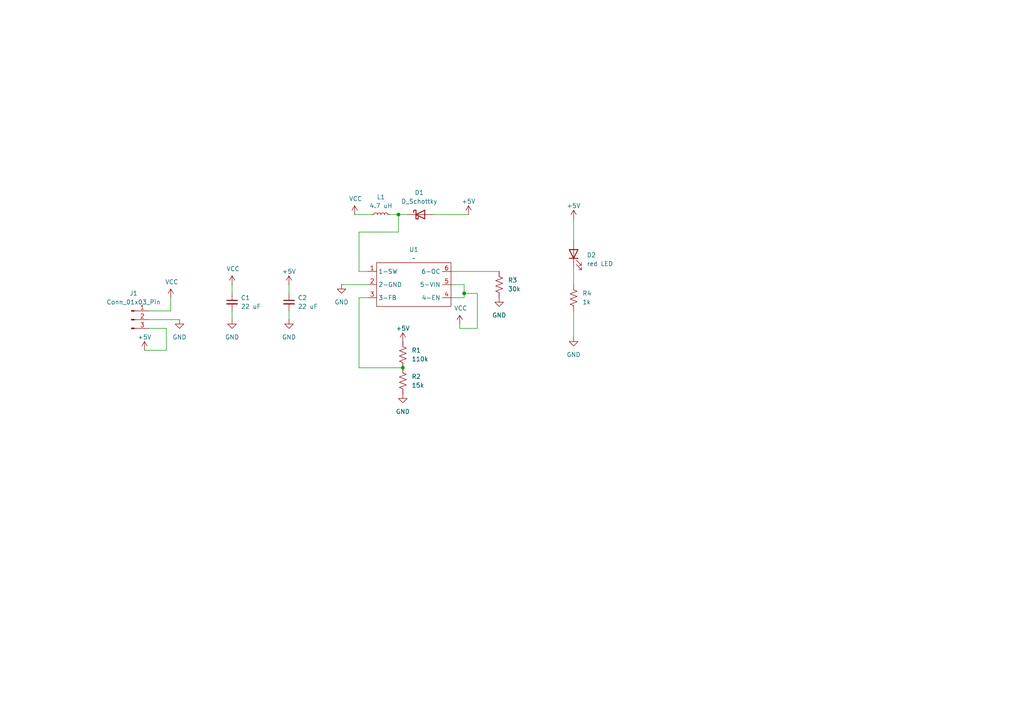
<source format=kicad_sch>
(kicad_sch (version 20250114) (generator "eeschema") (generator_version "9.0")
  (paper "A4")
  (lib_symbols
    (symbol "Connector:Conn_01x03_Pin" (pin_names (offset 1.016) (hide yes))
      (property "Reference" "J" (at 0 5.08 0))
      (property "Value" "Conn_01x03_Pin" (at 0 -5.08 0))
      (symbol "Conn_01x03_Pin_1_1"
        (rectangle (start 0.8636 2.667) (end 0 2.413) (stroke (width 0.1524)) (fill (type outline)))
        (rectangle (start 0.8636 0.127) (end 0 -0.127) (stroke (width 0.1524)) (fill (type outline)))
        (rectangle (start 0.8636 -2.413) (end 0 -2.667) (stroke (width 0.1524)) (fill (type outline)))
        (polyline (pts (xy 1.27 2.54) (xy 0.8636 2.54)) (stroke (width 0.1524)))
        (polyline (pts (xy 1.27 0) (xy 0.8636 0)) (stroke (width 0.1524)))
        (polyline (pts (xy 1.27 -2.54) (xy 0.8636 -2.54)) (stroke (width 0.1524)))
        (pin passive line (at 5.08 2.54 180) (length 3.81) (name "Pin_1") (number "1"))
        (pin passive line (at 5.08 0 180) (length 3.81) (name "Pin_2") (number "2"))
        (pin passive line (at 5.08 -2.54 180) (length 3.81) (name "Pin_3") (number "3"))
      )
    )
    (symbol "Device:C_Small" (pin_numbers (hide yes)) (pin_names (offset 0.254) (hide yes))
      (property "Reference" "C" (at 0.254 1.778 0))
      (property "Value" "C_Small" (at 0.254 -2.032 0))
      (symbol "C_Small_0_1"
        (polyline (pts (xy -1.524 0.508) (xy 1.524 0.508)) (stroke (width 0.3048)))
        (polyline (pts (xy -1.524 -0.508) (xy 1.524 -0.508)) (stroke (width 0.3302)))
      )
      (symbol "C_Small_1_1"
        (pin passive line (at 0 2.54 270) (length 2.032) (name "~") (number "1"))
        (pin passive line (at 0 -2.54 90) (length 2.032) (name "~") (number "2"))
      )
    )
    (symbol "Device:D_Schottky" (pin_numbers (hide yes)) (pin_names (offset 1.016) (hide yes))
      (property "Reference" "D" (at 0 2.54 0))
      (property "Value" "D_Schottky" (at 0 -2.54 0))
      (symbol "D_Schottky_0_1"
        (polyline (pts (xy -1.905 0.635) (xy -1.905 1.27) (xy -1.27 1.27) (xy -1.27 -1.27) (xy -0.635 -1.27) (xy -0.635 -0.635)) (stroke (width 0.254)))
        (polyline (pts (xy 1.27 1.27) (xy 1.27 -1.27) (xy -1.27 0) (xy 1.27 1.27)) (stroke (width 0.254)))
        (polyline (pts (xy 1.27 0) (xy -1.27 0)))
      )
      (symbol "D_Schottky_1_1"
        (pin passive line (at -3.81 0 0) (length 2.54) (name "K") (number "1"))
        (pin passive line (at 3.81 0 180) (length 2.54) (name "A") (number "2"))
      )
    )
    (symbol "Device:LED" (pin_numbers (hide yes)) (pin_names (offset 1.016) (hide yes))
      (property "Reference" "D" (at 0 2.54 0))
      (property "Value" "LED" (at 0 -2.54 0))
      (symbol "LED_0_1"
        (polyline (pts (xy -3.048 -0.762) (xy -4.572 -2.286) (xy -3.81 -2.286) (xy -4.572 -2.286) (xy -4.572 -1.524)))
        (polyline (pts (xy -1.778 -0.762) (xy -3.302 -2.286) (xy -2.54 -2.286) (xy -3.302 -2.286) (xy -3.302 -1.524)))
        (polyline (pts (xy -1.27 0) (xy 1.27 0)))
        (polyline (pts (xy -1.27 -1.27) (xy -1.27 1.27)) (stroke (width 0.254)))
        (polyline (pts (xy 1.27 -1.27) (xy 1.27 1.27) (xy -1.27 0) (xy 1.27 -1.27)) (stroke (width 0.254)))
      )
      (symbol "LED_1_1"
        (pin passive line (at -3.81 0 0) (length 2.54) (name "K") (number "1"))
        (pin passive line (at 3.81 0 180) (length 2.54) (name "A") (number "2"))
      )
    )
    (symbol "Device:L_Small" (pin_numbers (hide yes)) (pin_names (offset 0.254) (hide yes))
      (property "Reference" "L" (at 0.762 1.016 0))
      (property "Value" "L_Small" (at 0.762 -1.016 0))
      (symbol "L_Small_0_1"
        (arc (start 0 2.032) (mid 0.5058 1.524) (end 0 1.016))
        (arc (start 0 1.016) (mid 0.5058 0.508) (end 0 0))
        (arc (start 0 0) (mid 0.5058 -0.508) (end 0 -1.016))
        (arc (start 0 -1.016) (mid 0.5058 -1.524) (end 0 -2.032))
      )
      (symbol "L_Small_1_1"
        (pin passive line (at 0 2.54 270) (length 0.508) (name "~") (number "1"))
        (pin passive line (at 0 -2.54 90) (length 0.508) (name "~") (number "2"))
      )
    )
    (symbol "Device:R_US" (pin_numbers (hide yes)) (pin_names (offset 0))
      (property "Reference" "R" (at 2.54 0 90))
      (property "Value" "R_US" (at -2.54 0 90))
      (symbol "R_US_0_1"
        (polyline (pts (xy 0 2.286) (xy 0 2.54)))
        (polyline (pts (xy 0 2.286) (xy 1.016 1.905) (xy 0 1.524) (xy -1.016 1.143) (xy 0 0.762)))
        (polyline (pts (xy 0 0.762) (xy 1.016 0.381) (xy 0 0) (xy -1.016 -0.381) (xy 0 -0.762)))
        (polyline (pts (xy 0 -0.762) (xy 1.016 -1.143) (xy 0 -1.524) (xy -1.016 -1.905) (xy 0 -2.286)))
        (polyline (pts (xy 0 -2.286) (xy 0 -2.54)))
      )
      (symbol "R_US_1_1"
        (pin passive line (at 0 3.81 270) (length 1.27) (name "~") (number "1"))
        (pin passive line (at 0 -3.81 90) (length 1.27) (name "~") (number "2"))
      )
    )
    (symbol "Regulator_Switching:MT3608L"
      (property "Reference" "U" (at 0 0 0))
      (symbol "MT3608L_0_1"
        (polyline (pts (xy -10.16 7.62) (xy -10.16 -5.08) (xy 11.43 -5.08) (xy 11.43 7.62) (xy -10.16 7.62)))
      )
      (symbol "MT3608L_1_1"
        (pin input line (at -12.7 5.08 0) (length 2.54) (name "1-SW") (number "1"))
        (pin input line (at -12.7 1.27 0) (length 2.54) (name "2-GND") (number "2"))
        (pin input line (at -12.7 -2.54 0) (length 2.54) (name "3-FB") (number "3"))
        (pin output line (at 11.43 5.08 180) (length 2.54) (name "6-OC") (number "6"))
        (pin output line (at 11.43 1.27 180) (length 2.54) (name "5-VIN") (number "5"))
        (pin output line (at 11.43 -2.54 180) (length 2.54) (name "4-EN") (number "4"))
      )
    )
    (symbol "power:+5V" (power) (pin_numbers (hide yes)) (pin_names (offset 0) (hide yes))
      (property "Value" "+5V" (at 0 3.556 0))
      (symbol "+5V_0_1"
        (polyline (pts (xy -0.762 1.27) (xy 0 2.54)))
        (polyline (pts (xy 0 2.54) (xy 0.762 1.27)))
        (polyline (pts (xy 0 0) (xy 0 2.54)))
      )
      (symbol "+5V_1_1"
        (pin power_in line (at 0 0 90) (length 0) (name "~") (number "1"))
      )
    )
    (symbol "power:GND" (power) (pin_numbers (hide yes)) (pin_names (offset 0) (hide yes))
      (property "Value" "GND" (at 0 -3.81 0))
      (symbol "GND_0_1"
        (polyline (pts (xy 0 0) (xy 0 -1.27) (xy 1.27 -1.27) (xy 0 -2.54) (xy -1.27 -1.27) (xy 0 -1.27)))
      )
      (symbol "GND_1_1"
        (pin power_in line (at 0 0 270) (length 0) (name "~") (number "1"))
      )
    )
    (symbol "power:VCC" (power) (pin_numbers (hide yes)) (pin_names (offset 0) (hide yes))
      (property "Value" "VCC" (at 0 3.556 0))
      (symbol "VCC_0_1"
        (polyline (pts (xy -0.762 1.27) (xy 0 2.54)))
        (polyline (pts (xy 0 2.54) (xy 0.762 1.27)))
        (polyline (pts (xy 0 0) (xy 0 2.54)))
      )
      (symbol "VCC_1_1"
        (pin power_in line (at 0 0 90) (length 0) (name "~") (number "1"))
      )
    )
  )
  (junction (at 134.62 85.09))
  (junction (at 115.57 62.23))
  (junction (at 116.84 106.68))
  (wire (pts (xy 43.18 90.17) (xy 49.53 90.17)))
  (wire (pts (xy 67.31 92.71) (xy 67.31 90.17)))
  (wire (pts (xy 115.57 67.31) (xy 115.57 62.23)))
  (wire (pts (xy 67.31 82.55) (xy 67.31 85.09)))
  (wire (pts (xy 133.35 95.25) (xy 138.43 95.25)))
  (wire (pts (xy 138.43 85.09) (xy 134.62 85.09)))
  (wire (pts (xy 107.95 62.23) (xy 102.87 62.23)))
  (wire (pts (xy 83.82 92.71) (xy 83.82 90.17)))
  (wire (pts (xy 48.26 95.25) (xy 48.26 101.6)))
  (wire (pts (xy 134.62 85.09) (xy 134.62 86.36)))
  (wire (pts (xy 83.82 82.55) (xy 83.82 85.09)))
  (wire (pts (xy 138.43 95.25) (xy 138.43 85.09)))
  (wire (pts (xy 106.68 78.74) (xy 104.14 78.74)))
  (wire (pts (xy 166.37 63.5) (xy 166.37 69.85)))
  (wire (pts (xy 48.26 101.6) (xy 41.91 101.6)))
  (wire (pts (xy 134.62 82.55) (xy 134.62 85.09)))
  (wire (pts (xy 133.35 93.98) (xy 133.35 95.25)))
  (wire (pts (xy 130.81 78.74) (xy 144.78 78.74)))
  (wire (pts (xy 130.81 82.55) (xy 134.62 82.55)))
  (wire (pts (xy 49.53 90.17) (xy 49.53 86.36)))
  (wire (pts (xy 115.57 62.23) (xy 113.03 62.23)))
  (wire (pts (xy 130.81 86.36) (xy 134.62 86.36)))
  (wire (pts (xy 104.14 67.31) (xy 115.57 67.31)))
  (wire (pts (xy 104.14 106.68) (xy 116.84 106.68)))
  (wire (pts (xy 118.11 62.23) (xy 115.57 62.23)))
  (wire (pts (xy 43.18 92.71) (xy 52.07 92.71)))
  (wire (pts (xy 135.89 62.23) (xy 125.73 62.23)))
  (wire (pts (xy 99.06 82.55) (xy 106.68 82.55)))
  (wire (pts (xy 104.14 86.36) (xy 104.14 106.68)))
  (wire (pts (xy 43.18 95.25) (xy 48.26 95.25)))
  (wire (pts (xy 106.68 86.36) (xy 104.14 86.36)))
  (wire (pts (xy 104.14 78.74) (xy 104.14 67.31)))
  (wire (pts (xy 166.37 97.79) (xy 166.37 90.17)))
  (wire (pts (xy 166.37 82.55) (xy 166.37 77.47)))
  (symbol (lib_id "power:GND") (at 67.31 92.71 0) (unit 1)
    (property "Reference" "#PWR04" (effects (hide yes)))
    (property "Value" "GND" (at 67.31 97.79 0))
    (property "Description" "Power symbol creates a global label with name \"GND\" , ground" (effects (hide yes)))
  )
  (symbol (lib_id "power:+5V") (at 116.84 99.06 0) (unit 1)
    (property "Reference" "#PWR016" (effects (hide yes)))
    (property "Value" "+5V" (at 116.84 95.25 0))
    (property "Description" "Power symbol creates a global label with name \"+5V\"" (effects (hide yes)))
  )
  (symbol (lib_id "power:VCC") (at 102.87 62.23 0) (unit 1)
    (property "Reference" "#PWR08" (effects (hide yes)))
    (property "Value" "VCC" (at 103.124 57.658 0))
    (property "Description" "Power symbol creates a global label with name \"VCC\"" (effects (hide yes)))
  )
  (symbol (lib_id "power:+5V") (at 135.89 62.23 0) (unit 1)
    (property "Reference" "#PWR09" (effects (hide yes)))
    (property "Value" "+5V" (at 135.89 58.42 0))
    (property "Description" "Power symbol creates a global label with name \"+5V\"" (effects (hide yes)))
  )
  (symbol (lib_id "power:VCC") (at 49.53 86.36 0) (unit 1)
    (property "Reference" "#PWR06" (effects (hide yes)))
    (property "Value" "VCC" (at 49.784 81.788 0))
    (property "Description" "Power symbol creates a global label with name \"VCC\"" (effects (hide yes)))
  )
  (symbol (lib_id "power:GND") (at 83.82 92.71 0) (unit 1)
    (property "Reference" "#PWR05" (effects (hide yes)))
    (property "Value" "GND" (at 83.82 97.79 0))
    (property "Description" "Power symbol creates a global label with name \"GND\" , ground" (effects (hide yes)))
  )
  (symbol (lib_id "Connector:Conn_01x03_Pin") (at 38.1 92.71 0) (unit 1)
    (property "Reference" "J1" (at 38.735 85.09 0))
    (property "Value" "Conn_01x03_Pin" (at 38.735 87.63 0))
    (property "Footprint" "Connector_PinSocket_2.54mm:PinSocket_1x03_P2.54mm_Vertical" (effects (hide yes)))
    (property "Description" "Generic connector, single row, 01x03, script generated" (effects (hide yes)))
  )
  (symbol (lib_id "Device:C_Small") (at 83.82 87.63 0) (unit 1)
    (property "Reference" "C2" (at 86.36 86.3662 0) (effects (justify left)))
    (property "Value" "22 uF" (at 86.36 88.9062 0) (effects (justify left)))
    (property "Footprint" "Capacitor_SMD:C_1210_3225Metric" (effects (hide yes)))
    (property "Description" "Unpolarized capacitor, small symbol" (effects (hide yes)))
  )
  (symbol (lib_id "Regulator_Switching:MT3608L") (at 119.38 83.82 0) (unit 1)
    (property "Reference" "U1" (at 120.015 72.39 0))
    (property "Value" "~" (at 120.015 74.93 0))
    (property "Footprint" "Package_TO_SOT_SMD:SOT-23-6" (effects (hide yes)))
  )
  (symbol (lib_id "power:VCC") (at 67.31 82.55 0) (unit 1)
    (property "Reference" "#PWR07" (effects (hide yes)))
    (property "Value" "VCC" (at 67.564 77.978 0))
    (property "Description" "Power symbol creates a global label with name \"VCC\"" (effects (hide yes)))
  )
  (symbol (lib_id "power:+5V") (at 166.37 63.5 0) (unit 1)
    (property "Reference" "#PWR014" (effects (hide yes)))
    (property "Value" "+5V" (at 166.37 59.69 0))
    (property "Description" "Power symbol creates a global label with name \"+5V\"" (effects (hide yes)))
  )
  (symbol (lib_id "power:GND") (at 52.07 92.71 0) (unit 1)
    (property "Reference" "#PWR01" (effects (hide yes)))
    (property "Value" "GND" (at 52.07 97.79 0))
    (property "Description" "Power symbol creates a global label with name \"GND\" , ground" (effects (hide yes)))
  )
  (symbol (lib_id "power:GND") (at 166.37 97.79 0) (unit 1)
    (property "Reference" "#PWR015" (effects (hide yes)))
    (property "Value" "GND" (at 166.37 102.87 0))
    (property "Description" "Power symbol creates a global label with name \"GND\" , ground" (effects (hide yes)))
  )
  (symbol (lib_id "Device:LED") (at 166.37 73.66 90) (unit 1)
    (property "Reference" "D2" (at 170.18 73.9774 90) (effects (justify right)))
    (property "Value" "red LED" (at 170.18 76.5174 90) (effects (justify right)))
    (property "Footprint" "LED_THT:LED_D3.0mm" (effects (hide yes)))
    (property "Description" "Light emitting diode" (effects (hide yes)))
    (property "Sim.Pins" "1=K 2=A" (effects (hide yes)))
  )
  (symbol (lib_id "Device:R_US") (at 116.84 102.87 0) (unit 1)
    (property "Reference" "R1" (at 119.38 101.5999 0) (effects (justify left)))
    (property "Value" "110k" (at 119.38 104.1399 0) (effects (justify left)))
    (property "Footprint" "Resistor_SMD:R_0805_2012Metric" (effects (hide yes)))
    (property "Description" "Resistor, US symbol" (effects (hide yes)))
  )
  (symbol (lib_id "power:+5V") (at 83.82 82.55 0) (unit 1)
    (property "Reference" "#PWR03" (effects (hide yes)))
    (property "Value" "+5V" (at 83.82 78.74 0))
    (property "Description" "Power symbol creates a global label with name \"+5V\"" (effects (hide yes)))
  )
  (symbol (lib_id "Device:R_US") (at 116.84 110.49 0) (unit 1)
    (property "Reference" "R2" (at 119.38 109.2199 0) (effects (justify left)))
    (property "Value" "15k" (at 119.38 111.7599 0) (effects (justify left)))
    (property "Footprint" "Resistor_SMD:R_0805_2012Metric" (effects (hide yes)))
    (property "Description" "Resistor, US symbol" (effects (hide yes)))
  )
  (symbol (lib_id "power:GND") (at 116.84 114.3 0) (unit 1)
    (property "Reference" "#PWR012" (effects (hide yes)))
    (property "Value" "GND" (at 116.84 119.38 0))
    (property "Description" "Power symbol creates a global label with name \"GND\" , ground" (effects (hide yes)))
  )
  (symbol (lib_id "Device:R_US") (at 166.37 86.36 0) (unit 1)
    (property "Reference" "R4" (at 168.91 85.0899 0) (effects (justify left)))
    (property "Value" "1k" (at 168.91 87.6299 0) (effects (justify left)))
    (property "Footprint" "Resistor_SMD:R_0805_2012Metric" (effects (hide yes)))
    (property "Description" "Resistor, US symbol" (effects (hide yes)))
  )
  (symbol (lib_id "Device:C_Small") (at 67.31 87.63 0) (unit 1)
    (property "Reference" "C1" (at 69.85 86.3662 0) (effects (justify left)))
    (property "Value" "22 uF" (at 69.85 88.9062 0) (effects (justify left)))
    (property "Footprint" "Capacitor_SMD:C_1210_3225Metric" (effects (hide yes)))
    (property "Description" "Unpolarized capacitor, small symbol" (effects (hide yes)))
  )
  (symbol (lib_id "Device:L_Small") (at 110.49 62.23 90) (unit 1)
    (property "Reference" "L1" (at 110.49 57.15 90))
    (property "Value" "4.7 uH" (at 110.49 59.69 90))
    (property "Footprint" "Inductor_SMD:L_0805_2012Metric" (effects (hide yes)))
    (property "Description" "Inductor, small symbol" (effects (hide yes)))
  )
  (symbol (lib_id "power:GND") (at 99.06 82.55 0) (unit 1)
    (property "Reference" "#PWR010" (effects (hide yes)))
    (property "Value" "GND" (at 99.06 87.63 0))
    (property "Description" "Power symbol creates a global label with name \"GND\" , ground" (effects (hide yes)))
  )
  (symbol (lib_id "power:VCC") (at 133.35 93.98 0) (unit 1)
    (property "Reference" "#PWR013" (effects (hide yes)))
    (property "Value" "VCC" (at 133.604 89.408 0))
    (property "Description" "Power symbol creates a global label with name \"VCC\"" (effects (hide yes)))
  )
  (symbol (lib_id "Device:D_Schottky") (at 121.92 62.23 0) (unit 1)
    (property "Reference" "D1" (at 121.6025 55.88 0))
    (property "Value" "D_Schottky" (at 121.6025 58.42 0))
    (property "Footprint" "Diode_SMD:D_SOD-123" (effects (hide yes)))
    (property "Description" "Schottky diode" (effects (hide yes)))
  )
  (symbol (lib_id "power:GND") (at 144.78 86.36 0) (unit 1)
    (property "Reference" "#PWR011" (effects (hide yes)))
    (property "Value" "GND" (at 144.78 91.44 0))
    (property "Description" "Power symbol creates a global label with name \"GND\" , ground" (effects (hide yes)))
  )
  (symbol (lib_id "Device:R_US") (at 144.78 82.55 0) (unit 1)
    (property "Reference" "R3" (at 147.32 81.2799 0) (effects (justify left)))
    (property "Value" "30k" (at 147.32 83.8199 0) (effects (justify left)))
    (property "Footprint" "Resistor_SMD:R_0805_2012Metric" (effects (hide yes)))
    (property "Description" "Resistor, US symbol" (effects (hide yes)))
  )
  (symbol (lib_id "power:+5V") (at 41.91 101.6 0) (unit 1)
    (property "Reference" "#PWR02" (effects (hide yes)))
    (property "Value" "+5V" (at 41.91 97.79 0))
    (property "Description" "Power symbol creates a global label with name \"+5V\"" (effects (hide yes)))
  )
)
</source>
